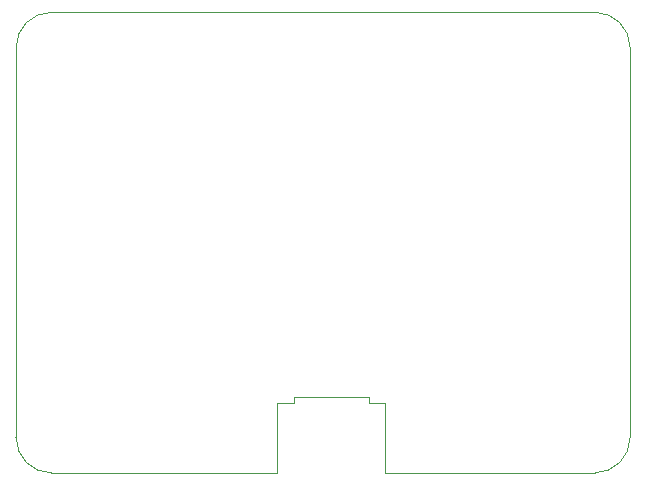
<source format=gbr>
%TF.GenerationSoftware,KiCad,Pcbnew,6.0.10-2.fc37*%
%TF.CreationDate,2023-04-26T13:00:43+02:00*%
%TF.ProjectId,motherboard,6d6f7468-6572-4626-9f61-72642e6b6963,rev?*%
%TF.SameCoordinates,Original*%
%TF.FileFunction,Profile,NP*%
%FSLAX46Y46*%
G04 Gerber Fmt 4.6, Leading zero omitted, Abs format (unit mm)*
G04 Created by KiCad (PCBNEW 6.0.10-2.fc37) date 2023-04-26 13:00:43*
%MOMM*%
%LPD*%
G01*
G04 APERTURE LIST*
%TA.AperFunction,Profile*%
%ADD10C,0.100000*%
%TD*%
%TA.AperFunction,Profile*%
%ADD11C,0.120000*%
%TD*%
G04 APERTURE END LIST*
D10*
X124640000Y-78710000D02*
G75*
G03*
X121640000Y-81710000I0J-3000000D01*
G01*
X121640000Y-114710000D02*
G75*
G03*
X124640000Y-117710000I3000000J0D01*
G01*
X173640000Y-81710000D02*
G75*
G03*
X170640000Y-78710000I-3000000J0D01*
G01*
X143720000Y-117700000D02*
X124640000Y-117710000D01*
X170640000Y-117710000D02*
X152920000Y-117700000D01*
X170640000Y-78710000D02*
X124640000Y-78710000D01*
X173640000Y-81710000D02*
X173640000Y-114710000D01*
X121640000Y-114710000D02*
X121640000Y-81710000D01*
X170640000Y-117710000D02*
G75*
G03*
X173640000Y-114710000I0J3000000D01*
G01*
D11*
%TO.C,J1*%
X151520000Y-111300000D02*
X145220000Y-111300000D01*
X152920000Y-117700000D02*
X152920000Y-111800000D01*
X151520000Y-111800000D02*
X151520000Y-111300000D01*
X145220000Y-111800000D02*
X143720000Y-111800000D01*
X152920000Y-111800000D02*
X151520000Y-111800000D01*
X145220000Y-111300000D02*
X145220000Y-111800000D01*
X143720000Y-111800000D02*
X143720000Y-117700000D01*
%TD*%
M02*

</source>
